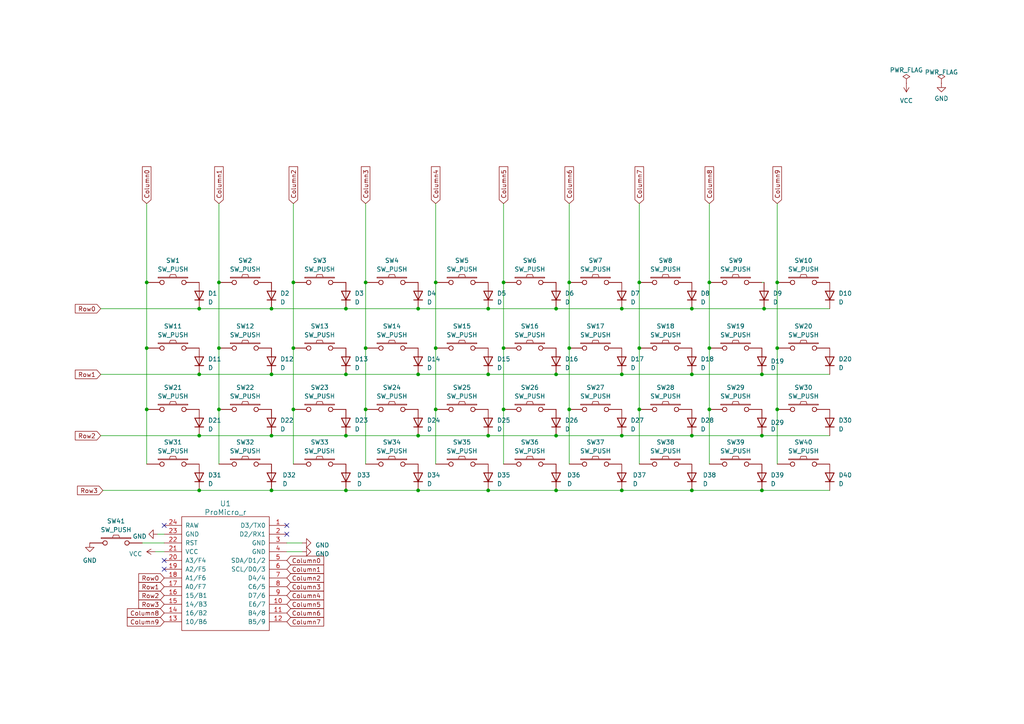
<source format=kicad_sch>
(kicad_sch (version 20230121) (generator eeschema)
  (paper "A4")
  (lib_symbols
    (symbol "Device:D" (pin_numbers hide) (pin_names (offset 1.016) hide)
      (property "Reference" "D" (at 0 2.54 0))
      (property "Value" "D" (at 0 -2.54 0))
      (symbol "D_0_1"
        (polyline (pts (xy -1.27 1.27) (xy -1.27 -1.27)) (stroke (width 0.254)))
        (polyline (pts (xy 1.27 0) (xy -1.27 0)))
        (polyline (pts (xy 1.27 1.27) (xy 1.27 -1.27) (xy -1.27 0) (xy 1.27 1.27)) (stroke (width 0.254)))
      )
      (symbol "D_1_1"
        (pin passive line (at -3.81 0 0) (length 2.54) (name "K") (number "1"))
        (pin passive line (at 3.81 0 180) (length 2.54) (name "A") (number "2"))
      )
    )
    (symbol "kbd:ProMicro_r" (pin_names (offset 1.016))
      (property "Reference" "U" (at 1.27 22.86 0))
      (property "Value" "ProMicro_r" (at 1.27 -15.24 0))
      (symbol "ProMicro_r_0_1"
        (rectangle (start 13.97 20.32) (end -11.43 -12.7))
      )
      (symbol "ProMicro_r_1_1"
        (pin bidirectional line (at 19.05 17.78 180) (length 5.08) (name "D3/TX0") (number "1"))
        (pin bidirectional line (at 19.05 -5.08 180) (length 5.08) (name "E6/7") (number "10"))
        (pin bidirectional line (at 19.05 -7.62 180) (length 5.08) (name "B4/8") (number "11"))
        (pin bidirectional line (at 19.05 -10.16 180) (length 5.08) (name "B5/9") (number "12"))
        (pin bidirectional line (at -16.51 -10.16 0) (length 5.08) (name "10/B6") (number "13"))
        (pin bidirectional line (at -16.51 -7.62 0) (length 5.08) (name "16/B2") (number "14"))
        (pin bidirectional line (at -16.51 -5.08 0) (length 5.08) (name "14/B3") (number "15"))
        (pin bidirectional line (at -16.51 -2.54 0) (length 5.08) (name "15/B1") (number "16"))
        (pin bidirectional line (at -16.51 0 0) (length 5.08) (name "A0/F7") (number "17"))
        (pin bidirectional line (at -16.51 2.54 0) (length 5.08) (name "A1/F6") (number "18"))
        (pin bidirectional line (at -16.51 5.08 0) (length 5.08) (name "A2/F5") (number "19"))
        (pin bidirectional line (at 19.05 15.24 180) (length 5.08) (name "D2/RX1") (number "2"))
        (pin bidirectional line (at -16.51 7.62 0) (length 5.08) (name "A3/F4") (number "20"))
        (pin power_in line (at -16.51 10.16 0) (length 5.08) (name "VCC") (number "21"))
        (pin input line (at -16.51 12.7 0) (length 5.08) (name "RST") (number "22"))
        (pin power_in line (at -16.51 15.24 0) (length 5.08) (name "GND") (number "23"))
        (pin power_out line (at -16.51 17.78 0) (length 5.08) (name "RAW") (number "24"))
        (pin power_in line (at 19.05 12.7 180) (length 5.08) (name "GND") (number "3"))
        (pin power_in line (at 19.05 10.16 180) (length 5.08) (name "GND") (number "4"))
        (pin bidirectional line (at 19.05 7.62 180) (length 5.08) (name "SDA/D1/2") (number "5"))
        (pin bidirectional line (at 19.05 5.08 180) (length 5.08) (name "SCL/D0/3") (number "6"))
        (pin bidirectional line (at 19.05 2.54 180) (length 5.08) (name "D4/4") (number "7"))
        (pin bidirectional line (at 19.05 0 180) (length 5.08) (name "C6/5") (number "8"))
        (pin bidirectional line (at 19.05 -2.54 180) (length 5.08) (name "D7/6") (number "9"))
      )
    )
    (symbol "kbd:SW_PUSH" (pin_numbers hide) (pin_names (offset 1.016) hide)
      (property "Reference" "SW" (at 3.81 2.794 0))
      (property "Value" "SW_PUSH" (at 0 -2.032 0))
      (symbol "SW_PUSH_0_1"
        (rectangle (start -4.318 1.27) (end 4.318 1.524))
        (polyline (pts (xy -1.016 1.524) (xy -0.762 2.286) (xy 0.762 2.286) (xy 1.016 1.524)))
        (pin passive inverted (at -7.62 0 0) (length 5.08) (name "1") (number "1"))
        (pin passive inverted (at 7.62 0 180) (length 5.08) (name "2") (number "2"))
      )
    )
    (symbol "power:GND" (power) (pin_names (offset 0))
      (property "Value" "GND" (at 0 -3.81 0))
      (symbol "GND_0_1"
        (polyline (pts (xy 0 0) (xy 0 -1.27) (xy 1.27 -1.27) (xy 0 -2.54) (xy -1.27 -1.27) (xy 0 -1.27)))
      )
      (symbol "GND_1_1"
        (pin power_in line (at 0 0 270) (length 0) hide (name "GND") (number "1"))
      )
    )
    (symbol "power:PWR_FLAG" (power) (pin_numbers hide) (pin_names (offset 0) hide)
      (property "Value" "PWR_FLAG" (at 0 3.81 0))
      (symbol "PWR_FLAG_0_0"
        (pin power_out line (at 0 0 90) (length 0) (name "pwr") (number "1"))
      )
      (symbol "PWR_FLAG_0_1"
        (polyline (pts (xy 0 0) (xy 0 1.27) (xy -1.016 1.905) (xy 0 2.54) (xy 1.016 1.905) (xy 0 1.27)))
      )
    )
    (symbol "power:VCC" (power) (pin_names (offset 0))
      (property "Value" "VCC" (at 0 3.81 0))
      (symbol "VCC_0_1"
        (polyline (pts (xy -0.762 1.27) (xy 0 2.54)))
        (polyline (pts (xy 0 0) (xy 0 2.54)))
        (polyline (pts (xy 0 2.54) (xy 0.762 1.27)))
      )
      (symbol "VCC_1_1"
        (pin power_in line (at 0 0 90) (length 0) hide (name "VCC") (number "1"))
      )
    )
  )
  (junction (at 180.34 89.535))
  (junction (at 161.29 142.24))
  (junction (at 100.33 142.24))
  (junction (at 205.74 81.915))
  (junction (at 57.785 89.535))
  (junction (at 165.1 118.745))
  (junction (at 141.605 142.24))
  (junction (at 141.605 126.365))
  (junction (at 146.05 81.915))
  (junction (at 42.545 81.915))
  (junction (at 225.425 100.965))
  (junction (at 85.09 100.965))
  (junction (at 78.74 142.24))
  (junction (at 200.66 142.24))
  (junction (at 220.98 142.24))
  (junction (at 121.285 126.365))
  (junction (at 200.66 89.535))
  (junction (at 106.045 81.915))
  (junction (at 161.29 108.585))
  (junction (at 221.615 89.535))
  (junction (at 85.09 81.915))
  (junction (at 165.1 100.965))
  (junction (at 146.05 118.745))
  (junction (at 57.785 126.365))
  (junction (at 126.365 100.965))
  (junction (at 63.5 118.745))
  (junction (at 161.29 89.535))
  (junction (at 180.34 142.24))
  (junction (at 200.66 108.585))
  (junction (at 185.42 100.965))
  (junction (at 63.5 81.915))
  (junction (at 161.29 126.365))
  (junction (at 121.285 89.535))
  (junction (at 85.09 118.745))
  (junction (at 121.285 108.585))
  (junction (at 42.545 118.745))
  (junction (at 220.98 108.585))
  (junction (at 141.605 89.535))
  (junction (at 126.365 81.915))
  (junction (at 165.1 81.915))
  (junction (at 57.785 108.585))
  (junction (at 185.42 118.745))
  (junction (at 78.74 89.535))
  (junction (at 146.05 100.965))
  (junction (at 185.42 81.915))
  (junction (at 106.045 100.965))
  (junction (at 100.33 126.365))
  (junction (at 220.98 126.365))
  (junction (at 106.045 118.745))
  (junction (at 205.74 100.965))
  (junction (at 205.74 118.745))
  (junction (at 42.545 100.965))
  (junction (at 225.425 118.745))
  (junction (at 57.785 142.24))
  (junction (at 141.605 108.585))
  (junction (at 200.66 126.365))
  (junction (at 225.425 81.915))
  (junction (at 78.74 108.585))
  (junction (at 78.74 126.365))
  (junction (at 126.365 118.745))
  (junction (at 180.34 108.585))
  (junction (at 63.5 100.965))
  (junction (at 100.33 108.585))
  (junction (at 100.33 89.535))
  (junction (at 180.34 126.365))
  (junction (at 121.285 142.24))
  (no_connect (at 47.625 165.1))
  (no_connect (at 83.185 152.4))
  (no_connect (at 83.185 154.94))
  (no_connect (at 47.625 152.4))
  (no_connect (at 47.625 162.56))
  (wire (pts (xy 121.285 126.365) (xy 141.605 126.365)))
  (wire (pts (xy 45.085 160.02) (xy 47.625 160.02)))
  (wire (pts (xy 225.425 59.055) (xy 225.425 81.915)))
  (wire (pts (xy 57.785 142.24) (xy 78.74 142.24)))
  (wire (pts (xy 63.5 81.915) (xy 63.5 100.965)))
  (wire (pts (xy 180.34 108.585) (xy 200.66 108.585)))
  (wire (pts (xy 141.605 126.365) (xy 161.29 126.365)))
  (wire (pts (xy 85.09 81.915) (xy 85.09 100.965)))
  (wire (pts (xy 106.045 59.055) (xy 106.045 81.915)))
  (wire (pts (xy 100.33 89.535) (xy 121.285 89.535)))
  (wire (pts (xy 126.365 81.915) (xy 126.365 100.965)))
  (wire (pts (xy 57.785 108.585) (xy 78.74 108.585)))
  (wire (pts (xy 200.66 89.535) (xy 221.615 89.535)))
  (wire (pts (xy 220.98 108.585) (xy 240.665 108.585)))
  (wire (pts (xy 87.63 160.02) (xy 83.185 160.02)))
  (wire (pts (xy 106.045 100.965) (xy 106.045 118.745)))
  (wire (pts (xy 165.1 59.055) (xy 165.1 81.915)))
  (wire (pts (xy 63.5 118.745) (xy 63.5 134.62)))
  (wire (pts (xy 146.05 59.055) (xy 146.05 81.915)))
  (wire (pts (xy 165.1 81.915) (xy 165.1 100.965)))
  (wire (pts (xy 200.66 108.585) (xy 220.98 108.585)))
  (wire (pts (xy 220.98 81.915) (xy 221.615 81.915)))
  (wire (pts (xy 63.5 100.965) (xy 63.5 118.745)))
  (wire (pts (xy 106.045 81.915) (xy 106.045 100.965)))
  (wire (pts (xy 161.29 142.24) (xy 180.34 142.24)))
  (wire (pts (xy 200.66 126.365) (xy 220.98 126.365)))
  (wire (pts (xy 220.98 126.365) (xy 240.665 126.365)))
  (wire (pts (xy 78.74 142.24) (xy 100.33 142.24)))
  (wire (pts (xy 42.545 81.915) (xy 42.545 100.965)))
  (wire (pts (xy 78.74 108.585) (xy 100.33 108.585)))
  (wire (pts (xy 42.545 118.745) (xy 42.545 134.62)))
  (wire (pts (xy 78.74 89.535) (xy 100.33 89.535)))
  (wire (pts (xy 141.605 89.535) (xy 161.29 89.535)))
  (wire (pts (xy 87.63 157.48) (xy 83.185 157.48)))
  (wire (pts (xy 29.21 108.585) (xy 57.785 108.585)))
  (wire (pts (xy 126.365 59.055) (xy 126.365 81.915)))
  (wire (pts (xy 42.545 59.055) (xy 42.545 81.915)))
  (wire (pts (xy 146.05 118.745) (xy 146.05 134.62)))
  (wire (pts (xy 180.34 89.535) (xy 200.66 89.535)))
  (wire (pts (xy 165.1 100.965) (xy 165.1 118.745)))
  (wire (pts (xy 205.74 100.965) (xy 205.74 118.745)))
  (wire (pts (xy 121.285 142.24) (xy 141.605 142.24)))
  (wire (pts (xy 57.785 126.365) (xy 78.74 126.365)))
  (wire (pts (xy 29.21 89.535) (xy 57.785 89.535)))
  (wire (pts (xy 161.29 108.585) (xy 180.34 108.585)))
  (wire (pts (xy 141.605 142.24) (xy 161.29 142.24)))
  (wire (pts (xy 42.545 100.965) (xy 42.545 118.745)))
  (wire (pts (xy 185.42 81.915) (xy 185.42 100.965)))
  (wire (pts (xy 225.425 81.915) (xy 225.425 100.965)))
  (wire (pts (xy 78.74 126.365) (xy 100.33 126.365)))
  (wire (pts (xy 57.785 89.535) (xy 78.74 89.535)))
  (wire (pts (xy 185.42 59.055) (xy 185.42 81.915)))
  (wire (pts (xy 200.66 142.24) (xy 220.98 142.24)))
  (wire (pts (xy 29.21 126.365) (xy 57.785 126.365)))
  (wire (pts (xy 205.74 81.915) (xy 205.74 100.965)))
  (wire (pts (xy 185.42 118.745) (xy 185.42 134.62)))
  (wire (pts (xy 29.845 142.24) (xy 57.785 142.24)))
  (wire (pts (xy 146.05 81.915) (xy 146.05 100.965)))
  (wire (pts (xy 85.09 100.965) (xy 85.09 118.745)))
  (wire (pts (xy 205.74 118.745) (xy 205.74 134.62)))
  (wire (pts (xy 100.33 126.365) (xy 121.285 126.365)))
  (wire (pts (xy 165.1 118.745) (xy 165.1 134.62)))
  (wire (pts (xy 126.365 100.965) (xy 126.365 118.745)))
  (wire (pts (xy 225.425 100.965) (xy 225.425 118.745)))
  (wire (pts (xy 180.34 142.24) (xy 200.66 142.24)))
  (wire (pts (xy 225.425 118.745) (xy 225.425 134.62)))
  (wire (pts (xy 45.72 154.94) (xy 47.625 154.94)))
  (wire (pts (xy 161.29 89.535) (xy 180.34 89.535)))
  (wire (pts (xy 121.285 108.585) (xy 141.605 108.585)))
  (wire (pts (xy 146.05 100.965) (xy 146.05 118.745)))
  (wire (pts (xy 126.365 118.745) (xy 126.365 134.62)))
  (wire (pts (xy 121.285 89.535) (xy 141.605 89.535)))
  (wire (pts (xy 185.42 100.965) (xy 185.42 118.745)))
  (wire (pts (xy 180.34 126.365) (xy 200.66 126.365)))
  (wire (pts (xy 106.045 118.745) (xy 106.045 134.62)))
  (wire (pts (xy 205.74 59.055) (xy 205.74 81.915)))
  (wire (pts (xy 100.33 108.585) (xy 121.285 108.585)))
  (wire (pts (xy 85.09 118.745) (xy 85.09 134.62)))
  (wire (pts (xy 221.615 89.535) (xy 240.665 89.535)))
  (wire (pts (xy 220.98 142.24) (xy 240.665 142.24)))
  (wire (pts (xy 85.09 59.055) (xy 85.09 81.915)))
  (wire (pts (xy 161.29 126.365) (xy 180.34 126.365)))
  (wire (pts (xy 63.5 59.055) (xy 63.5 81.915)))
  (wire (pts (xy 41.275 157.48) (xy 47.625 157.48)))
  (wire (pts (xy 100.33 142.24) (xy 121.285 142.24)))
  (wire (pts (xy 141.605 108.585) (xy 161.29 108.585)))
  (global_label "Row1" (shape input) (at 29.21 108.585 180) (property "Intersheetrefs" "${INTERSHEET_REFS}" (effects hide)))
  (global_label "Row3" (shape input) (at 47.625 175.26 180) (property "Intersheetrefs" "${INTERSHEET_REFS}" (effects hide)))
  (global_label "Column1" (shape input) (at 63.5 59.055 90) (property "Intersheetrefs" "${INTERSHEET_REFS}" (effects hide)))
  (global_label "Column2" (shape input) (at 85.09 59.055 90) (property "Intersheetrefs" "${INTERSHEET_REFS}" (effects hide)))
  (global_label "Row0" (shape input) (at 29.21 89.535 180) (property "Intersheetrefs" "${INTERSHEET_REFS}" (effects hide)))
  (global_label "Row3" (shape input) (at 29.845 142.24 180) (property "Intersheetrefs" "${INTERSHEET_REFS}" (effects hide)))
  (global_label "Column5" (shape input) (at 83.185 175.26 0) (property "Intersheetrefs" "${INTERSHEET_REFS}" (effects hide)))
  (global_label "Column7" (shape input) (at 83.185 180.34 0) (property "Intersheetrefs" "${INTERSHEET_REFS}" (effects hide)))
  (global_label "Column3" (shape input) (at 83.185 170.18 0) (property "Intersheetrefs" "${INTERSHEET_REFS}" (effects hide)))
  (global_label "Column3" (shape input) (at 106.045 59.055 90) (property "Intersheetrefs" "${INTERSHEET_REFS}" (effects hide)))
  (global_label "Column8" (shape input) (at 205.74 59.055 90) (property "Intersheetrefs" "${INTERSHEET_REFS}" (effects hide)))
  (global_label "Column4" (shape input) (at 83.185 172.72 0) (property "Intersheetrefs" "${INTERSHEET_REFS}" (effects hide)))
  (global_label "Column6" (shape input) (at 83.185 177.8 0) (property "Intersheetrefs" "${INTERSHEET_REFS}" (effects hide)))
  (global_label "Column4" (shape input) (at 126.365 59.055 90) (property "Intersheetrefs" "${INTERSHEET_REFS}" (effects hide)))
  (global_label "Column9" (shape input) (at 225.425 59.055 90) (property "Intersheetrefs" "${INTERSHEET_REFS}" (effects hide)))
  (global_label "Column8" (shape input) (at 47.625 177.8 180) (property "Intersheetrefs" "${INTERSHEET_REFS}" (effects hide)))
  (global_label "Column6" (shape input) (at 165.1 59.055 90) (property "Intersheetrefs" "${INTERSHEET_REFS}" (effects hide)))
  (global_label "Column5" (shape input) (at 146.05 59.055 90) (property "Intersheetrefs" "${INTERSHEET_REFS}" (effects hide)))
  (global_label "Row1" (shape input) (at 47.625 170.18 180) (property "Intersheetrefs" "${INTERSHEET_REFS}" (effects hide)))
  (global_label "Column1" (shape input) (at 83.185 165.1 0) (property "Intersheetrefs" "${INTERSHEET_REFS}" (effects hide)))
  (global_label "Column0" (shape input) (at 83.185 162.56 0) (property "Intersheetrefs" "${INTERSHEET_REFS}" (effects hide)))
  (global_label "Row2" (shape input) (at 47.625 172.72 180) (property "Intersheetrefs" "${INTERSHEET_REFS}" (effects hide)))
  (global_label "Column9" (shape input) (at 47.625 180.34 180) (property "Intersheetrefs" "${INTERSHEET_REFS}" (effects hide)))
  (global_label "Row0" (shape input) (at 47.625 167.64 180) (property "Intersheetrefs" "${INTERSHEET_REFS}" (effects hide)))
  (global_label "Row2" (shape input) (at 29.21 126.365 180) (property "Intersheetrefs" "${INTERSHEET_REFS}" (effects hide)))
  (global_label "Column2" (shape input) (at 83.185 167.64 0) (property "Intersheetrefs" "${INTERSHEET_REFS}" (effects hide)))
  (global_label "Column7" (shape input) (at 185.42 59.055 90) (property "Intersheetrefs" "${INTERSHEET_REFS}" (effects hide)))
  (global_label "Column0" (shape input) (at 42.545 59.055 90) (property "Intersheetrefs" "${INTERSHEET_REFS}" (effects hide)))
  (symbol (lib_id "Device:D") (at 161.29 138.43 90) (unit 1)
    (property "Reference" "D36" (at 164.465 137.795 90) (effects (justify right)))
    (property "Value" "D" (at 164.465 140.335 90) (effects (justify right)))
    (property "Footprint" "kbd:D3_SMD" (effects hide))
    (property "Sim.Device" "D" (effects hide))
    (property "Sim.Pins" "1=K 2=A" (effects hide))
  )
  (symbol (lib_id "kbd:SW_PUSH") (at 172.72 81.915 0) (unit 1)
    (property "Reference" "SW7" (at 172.72 75.565 0))
    (property "Value" "SW_PUSH" (at 172.72 78.105 0))
    (property "Footprint" "kbd:CherryMX_Hotswap" (effects hide))
  )
  (symbol (lib_id "kbd:SW_PUSH") (at 133.985 100.965 0) (unit 1)
    (property "Reference" "SW15" (at 133.985 94.615 0))
    (property "Value" "SW_PUSH" (at 133.985 97.155 0))
    (property "Footprint" "kbd:CherryMX_Hotswap" (effects hide))
  )
  (symbol (lib_id "kbd:SW_PUSH") (at 213.36 81.915 0) (unit 1)
    (property "Reference" "SW9" (at 213.36 75.565 0))
    (property "Value" "SW_PUSH" (at 213.36 78.105 0))
    (property "Footprint" "kbd:CherryMX_Hotswap" (effects hide))
  )
  (symbol (lib_id "power:VCC") (at 45.085 160.02 90) (unit 1)
    (property "Reference" "#PWR06" (effects hide))
    (property "Value" "VCC" (at 41.275 160.655 90) (effects (justify left)))
  )
  (symbol (lib_id "kbd:SW_PUSH") (at 172.72 118.745 0) (unit 1)
    (property "Reference" "SW27" (at 172.72 112.395 0))
    (property "Value" "SW_PUSH" (at 172.72 114.935 0))
    (property "Footprint" "kbd:CherryMX_Hotswap" (effects hide))
  )
  (symbol (lib_id "Device:D") (at 100.33 85.725 90) (unit 1)
    (property "Reference" "D3" (at 102.87 85.09 90) (effects (justify right)))
    (property "Value" "D" (at 102.87 87.63 90) (effects (justify right)))
    (property "Footprint" "kbd:D3_SMD" (effects hide))
    (property "Sim.Device" "D" (effects hide))
    (property "Sim.Pins" "1=K 2=A" (effects hide))
  )
  (symbol (lib_id "Device:D") (at 200.66 104.775 90) (unit 1)
    (property "Reference" "D18" (at 203.2 104.14 90) (effects (justify right)))
    (property "Value" "D" (at 203.2 106.68 90) (effects (justify right)))
    (property "Footprint" "kbd:D3_SMD" (effects hide))
    (property "Sim.Device" "D" (effects hide))
    (property "Sim.Pins" "1=K 2=A" (effects hide))
  )
  (symbol (lib_id "Device:D") (at 57.785 85.725 90) (unit 1)
    (property "Reference" "D1" (at 60.325 85.09 90) (effects (justify right)))
    (property "Value" "D" (at 60.325 87.63 90) (effects (justify right)))
    (property "Footprint" "kbd:D3_SMD" (effects hide))
    (property "Sim.Device" "D" (effects hide))
    (property "Sim.Pins" "1=K 2=A" (effects hide))
  )
  (symbol (lib_id "Device:D") (at 221.615 85.725 90) (unit 1)
    (property "Reference" "D9" (at 224.155 85.09 90) (effects (justify right)))
    (property "Value" "D" (at 224.155 87.63 90) (effects (justify right)))
    (property "Footprint" "kbd:D3_SMD" (effects hide))
    (property "Sim.Device" "D" (effects hide))
    (property "Sim.Pins" "1=K 2=A" (effects hide))
  )
  (symbol (lib_id "kbd:SW_PUSH") (at 153.67 100.965 0) (unit 1)
    (property "Reference" "SW16" (at 153.67 94.615 0))
    (property "Value" "SW_PUSH" (at 153.67 97.155 0))
    (property "Footprint" "kbd:CherryMX_Hotswap" (effects hide))
  )
  (symbol (lib_id "kbd:SW_PUSH") (at 133.985 118.745 0) (unit 1)
    (property "Reference" "SW25" (at 133.985 112.395 0))
    (property "Value" "SW_PUSH" (at 133.985 114.935 0))
    (property "Footprint" "kbd:CherryMX_Hotswap" (effects hide))
  )
  (symbol (lib_id "kbd:SW_PUSH") (at 113.665 134.62 0) (unit 1)
    (property "Reference" "SW34" (at 113.665 128.27 0))
    (property "Value" "SW_PUSH" (at 113.665 130.81 0))
    (property "Footprint" "kbd:CherryMX_Hotswap" (effects hide))
  )
  (symbol (lib_id "Device:D") (at 121.285 122.555 90) (unit 1)
    (property "Reference" "D24" (at 123.825 121.92 90) (effects (justify right)))
    (property "Value" "D" (at 123.825 124.46 90) (effects (justify right)))
    (property "Footprint" "kbd:D3_SMD" (effects hide))
    (property "Sim.Device" "D" (effects hide))
    (property "Sim.Pins" "1=K 2=A" (effects hide))
  )
  (symbol (lib_id "Device:D") (at 200.66 85.725 90) (unit 1)
    (property "Reference" "D8" (at 203.2 85.09 90) (effects (justify right)))
    (property "Value" "D" (at 203.2 87.63 90) (effects (justify right)))
    (property "Footprint" "kbd:D3_SMD" (effects hide))
    (property "Sim.Device" "D" (effects hide))
    (property "Sim.Pins" "1=K 2=A" (effects hide))
  )
  (symbol (lib_id "Device:D") (at 141.605 122.555 90) (unit 1)
    (property "Reference" "D25" (at 144.145 121.92 90) (effects (justify right)))
    (property "Value" "D" (at 144.145 124.46 90) (effects (justify right)))
    (property "Footprint" "kbd:D3_SMD" (effects hide))
    (property "Sim.Device" "D" (effects hide))
    (property "Sim.Pins" "1=K 2=A" (effects hide))
  )
  (symbol (lib_id "kbd:SW_PUSH") (at 113.665 118.745 0) (unit 1)
    (property "Reference" "SW24" (at 113.665 112.395 0))
    (property "Value" "SW_PUSH" (at 113.665 114.935 0))
    (property "Footprint" "kbd:CherryMX_Hotswap" (effects hide))
  )
  (symbol (lib_id "Device:D") (at 180.34 138.43 90) (unit 1)
    (property "Reference" "D37" (at 183.515 137.795 90) (effects (justify right)))
    (property "Value" "D" (at 183.515 140.335 90) (effects (justify right)))
    (property "Footprint" "kbd:D3_SMD" (effects hide))
    (property "Sim.Device" "D" (effects hide))
    (property "Sim.Pins" "1=K 2=A" (effects hide))
  )
  (symbol (lib_id "power:GND") (at 45.72 154.94 270) (unit 1)
    (property "Reference" "#PWR03" (effects hide))
    (property "Value" "GND" (at 42.545 155.575 90) (effects (justify right)))
  )
  (symbol (lib_id "kbd:SW_PUSH") (at 213.36 100.965 0) (unit 1)
    (property "Reference" "SW19" (at 213.36 94.615 0))
    (property "Value" "SW_PUSH" (at 213.36 97.155 0))
    (property "Footprint" "kbd:CherryMX_Hotswap" (effects hide))
  )
  (symbol (lib_id "Device:D") (at 78.74 85.725 90) (unit 1)
    (property "Reference" "D2" (at 81.28 85.09 90) (effects (justify right)))
    (property "Value" "D" (at 81.28 87.63 90) (effects (justify right)))
    (property "Footprint" "kbd:D3_SMD" (effects hide))
    (property "Sim.Device" "D" (effects hide))
    (property "Sim.Pins" "1=K 2=A" (effects hide))
  )
  (symbol (lib_id "kbd:SW_PUSH") (at 33.655 157.48 0) (unit 1)
    (property "Reference" "SW41" (at 33.655 151.13 0))
    (property "Value" "SW_PUSH" (at 33.655 153.67 0))
    (property "Footprint" "kbd:ResetSW" (effects hide))
  )
  (symbol (lib_id "power:GND") (at 273.05 24.13 0) (unit 1)
    (property "Reference" "#PWR02" (effects hide))
    (property "Value" "GND" (at 273.05 28.575 0))
  )
  (symbol (lib_id "Device:D") (at 240.665 138.43 90) (unit 1)
    (property "Reference" "D40" (at 243.205 137.795 90) (effects (justify right)))
    (property "Value" "D" (at 243.205 140.335 90) (effects (justify right)))
    (property "Footprint" "kbd:D3_SMD" (effects hide))
    (property "Sim.Device" "D" (effects hide))
    (property "Sim.Pins" "1=K 2=A" (effects hide))
  )
  (symbol (lib_id "kbd:SW_PUSH") (at 193.04 118.745 0) (unit 1)
    (property "Reference" "SW28" (at 193.04 112.395 0))
    (property "Value" "SW_PUSH" (at 193.04 114.935 0))
    (property "Footprint" "kbd:CherryMX_Hotswap" (effects hide))
  )
  (symbol (lib_id "kbd:SW_PUSH") (at 113.665 100.965 0) (unit 1)
    (property "Reference" "SW14" (at 113.665 94.615 0))
    (property "Value" "SW_PUSH" (at 113.665 97.155 0))
    (property "Footprint" "kbd:CherryMX_Hotswap" (effects hide))
  )
  (symbol (lib_id "Device:D") (at 121.285 85.725 90) (unit 1)
    (property "Reference" "D4" (at 123.825 85.09 90) (effects (justify right)))
    (property "Value" "D" (at 123.825 87.63 90) (effects (justify right)))
    (property "Footprint" "kbd:D3_SMD" (effects hide))
    (property "Sim.Device" "D" (effects hide))
    (property "Sim.Pins" "1=K 2=A" (effects hide))
  )
  (symbol (lib_id "Device:D") (at 200.66 122.555 90) (unit 1)
    (property "Reference" "D28" (at 203.2 121.92 90) (effects (justify right)))
    (property "Value" "D" (at 203.2 124.46 90) (effects (justify right)))
    (property "Footprint" "kbd:D3_SMD" (effects hide))
    (property "Sim.Device" "D" (effects hide))
    (property "Sim.Pins" "1=K 2=A" (effects hide))
  )
  (symbol (lib_id "kbd:SW_PUSH") (at 193.04 100.965 0) (unit 1)
    (property "Reference" "SW18" (at 193.04 94.615 0))
    (property "Value" "SW_PUSH" (at 193.04 97.155 0))
    (property "Footprint" "kbd:CherryMX_Hotswap" (effects hide))
  )
  (symbol (lib_id "kbd:SW_PUSH") (at 71.12 134.62 0) (unit 1)
    (property "Reference" "SW32" (at 71.12 128.27 0))
    (property "Value" "SW_PUSH" (at 71.12 130.81 0))
    (property "Footprint" "kbd:CherryMX_Hotswap" (effects hide))
  )
  (symbol (lib_id "kbd:SW_PUSH") (at 113.665 81.915 0) (unit 1)
    (property "Reference" "SW4" (at 113.665 75.565 0))
    (property "Value" "SW_PUSH" (at 113.665 78.105 0))
    (property "Footprint" "kbd:CherryMX_Hotswap" (effects hide))
  )
  (symbol (lib_id "Device:D") (at 141.605 104.775 90) (unit 1)
    (property "Reference" "D15" (at 144.145 104.14 90) (effects (justify right)))
    (property "Value" "D" (at 144.145 106.68 90) (effects (justify right)))
    (property "Footprint" "kbd:D3_SMD" (effects hide))
    (property "Sim.Device" "D" (effects hide))
    (property "Sim.Pins" "1=K 2=A" (effects hide))
  )
  (symbol (lib_id "Device:D") (at 100.33 122.555 90) (unit 1)
    (property "Reference" "D23" (at 102.87 121.92 90) (effects (justify right)))
    (property "Value" "D" (at 102.87 124.46 90) (effects (justify right)))
    (property "Footprint" "kbd:D3_SMD" (effects hide))
    (property "Sim.Device" "D" (effects hide))
    (property "Sim.Pins" "1=K 2=A" (effects hide))
  )
  (symbol (lib_id "Device:D") (at 78.74 138.43 90) (unit 1)
    (property "Reference" "D32" (at 81.915 137.795 90) (effects (justify right)))
    (property "Value" "D" (at 81.915 140.335 90) (effects (justify right)))
    (property "Footprint" "kbd:D3_SMD" (effects hide))
    (property "Sim.Device" "D" (effects hide))
    (property "Sim.Pins" "1=K 2=A" (effects hide))
  )
  (symbol (lib_id "Device:D") (at 100.33 138.43 90) (unit 1)
    (property "Reference" "D33" (at 103.505 137.795 90) (effects (justify right)))
    (property "Value" "D" (at 103.505 140.335 90) (effects (justify right)))
    (property "Footprint" "kbd:D3_SMD" (effects hide))
    (property "Sim.Device" "D" (effects hide))
    (property "Sim.Pins" "1=K 2=A" (effects hide))
  )
  (symbol (lib_id "kbd:SW_PUSH") (at 92.71 81.915 0) (unit 1)
    (property "Reference" "SW3" (at 92.71 75.565 0))
    (property "Value" "SW_PUSH" (at 92.71 78.105 0))
    (property "Footprint" "kbd:CherryMX_Hotswap" (effects hide))
  )
  (symbol (lib_id "kbd:SW_PUSH") (at 153.67 118.745 0) (unit 1)
    (property "Reference" "SW26" (at 153.67 112.395 0))
    (property "Value" "SW_PUSH" (at 153.67 114.935 0))
    (property "Footprint" "kbd:CherryMX_Hotswap" (effects hide))
  )
  (symbol (lib_id "kbd:SW_PUSH") (at 233.045 100.965 0) (unit 1)
    (property "Reference" "SW20" (at 233.045 94.615 0))
    (property "Value" "SW_PUSH" (at 233.045 97.155 0))
    (property "Footprint" "kbd:CherryMX_Hotswap" (effects hide))
  )
  (symbol (lib_id "Device:D") (at 141.605 85.725 90) (unit 1)
    (property "Reference" "D5" (at 144.145 85.09 90) (effects (justify right)))
    (property "Value" "D" (at 144.145 87.63 90) (effects (justify right)))
    (property "Footprint" "kbd:D3_SMD" (effects hide))
    (property "Sim.Device" "D" (effects hide))
    (property "Sim.Pins" "1=K 2=A" (effects hide))
  )
  (symbol (lib_id "kbd:SW_PUSH") (at 71.12 100.965 0) (unit 1)
    (property "Reference" "SW12" (at 71.12 94.615 0))
    (property "Value" "SW_PUSH" (at 71.12 97.155 0))
    (property "Footprint" "kbd:CherryMX_Hotswap" (effects hide))
  )
  (symbol (lib_id "kbd:SW_PUSH") (at 213.36 134.62 0) (unit 1)
    (property "Reference" "SW39" (at 213.36 128.27 0))
    (property "Value" "SW_PUSH" (at 213.36 130.81 0))
    (property "Footprint" "kbd:CherryMX_Hotswap" (effects hide))
  )
  (symbol (lib_id "kbd:SW_PUSH") (at 233.045 81.915 0) (unit 1)
    (property "Reference" "SW10" (at 233.045 75.565 0))
    (property "Value" "SW_PUSH" (at 233.045 78.105 0))
    (property "Footprint" "kbd:CherryMX_Hotswap" (effects hide))
  )
  (symbol (lib_id "kbd:ProMicro_r") (at 64.135 170.18 0) (unit 1)
    (property "Reference" "U1" (at 65.405 146.05 0) (effects (font (size 1.524 1.524))))
    (property "Value" "ProMicro_r" (at 65.405 148.59 0) (effects (font (size 1.524 1.524))))
    (property "Footprint" "kbd:ProMicro_v3.5" (effects hide))
  )
  (symbol (lib_id "kbd:SW_PUSH") (at 50.165 100.965 0) (unit 1)
    (property "Reference" "SW11" (at 50.165 94.615 0))
    (property "Value" "SW_PUSH" (at 50.165 97.155 0))
    (property "Footprint" "kbd:CherryMX_Hotswap" (effects hide))
  )
  (symbol (lib_id "kbd:SW_PUSH") (at 193.04 134.62 0) (unit 1)
    (property "Reference" "SW38" (at 193.04 128.27 0))
    (property "Value" "SW_PUSH" (at 193.04 130.81 0))
    (property "Footprint" "kbd:CherryMX_Hotswap" (effects hide))
  )
  (symbol (lib_id "kbd:SW_PUSH") (at 233.045 134.62 0) (unit 1)
    (property "Reference" "SW40" (at 233.045 128.27 0))
    (property "Value" "SW_PUSH" (at 233.045 130.81 0))
    (property "Footprint" "kbd:CherryMX_Hotswap" (effects hide))
  )
  (symbol (lib_id "kbd:SW_PUSH") (at 193.04 81.915 0) (unit 1)
    (property "Reference" "SW8" (at 193.04 75.565 0))
    (property "Value" "SW_PUSH" (at 193.04 78.105 0))
    (property "Footprint" "kbd:CherryMX_Hotswap" (effects hide))
  )
  (symbol (lib_id "Device:D") (at 161.29 104.775 90) (unit 1)
    (property "Reference" "D16" (at 163.83 104.14 90) (effects (justify right)))
    (property "Value" "D" (at 163.83 106.68 90) (effects (justify right)))
    (property "Footprint" "kbd:D3_SMD" (effects hide))
    (property "Sim.Device" "D" (effects hide))
    (property "Sim.Pins" "1=K 2=A" (effects hide))
  )
  (symbol (lib_id "kbd:SW_PUSH") (at 71.12 81.915 0) (unit 1)
    (property "Reference" "SW2" (at 71.12 75.565 0))
    (property "Value" "SW_PUSH" (at 71.12 78.105 0))
    (property "Footprint" "kbd:CherryMX_Hotswap" (effects hide))
  )
  (symbol (lib_id "kbd:SW_PUSH") (at 172.72 100.965 0) (unit 1)
    (property "Reference" "SW17" (at 172.72 94.615 0))
    (property "Value" "SW_PUSH" (at 172.72 97.155 0))
    (property "Footprint" "kbd:CherryMX_Hotswap" (effects hide))
  )
  (symbol (lib_id "Device:D") (at 57.785 104.775 90) (unit 1)
    (property "Reference" "D11" (at 60.325 104.14 90) (effects (justify right)))
    (property "Value" "D" (at 60.325 106.68 90) (effects (justify right)))
    (property "Footprint" "kbd:D3_SMD" (effects hide))
    (property "Sim.Device" "D" (effects hide))
    (property "Sim.Pins" "1=K 2=A" (effects hide))
  )
  (symbol (lib_id "kbd:SW_PUSH") (at 92.71 134.62 0) (unit 1)
    (property "Reference" "SW33" (at 92.71 128.27 0))
    (property "Value" "SW_PUSH" (at 92.71 130.81 0))
    (property "Footprint" "kbd:CherryMX_Hotswap" (effects hide))
  )
  (symbol (lib_id "Device:D") (at 220.98 138.43 90) (unit 1)
    (property "Reference" "D39" (at 223.52 137.795 90) (effects (justify right)))
    (property "Value" "D" (at 223.52 140.335 90) (effects (justify right)))
    (property "Footprint" "kbd:D3_SMD" (effects hide))
    (property "Sim.Device" "D" (effects hide))
    (property "Sim.Pins" "1=K 2=A" (effects hide))
  )
  (symbol (lib_id "Device:D") (at 220.98 104.775 90) (unit 1)
    (property "Reference" "D19" (at 223.52 104.775 90) (effects (justify right)))
    (property "Value" "D" (at 223.52 106.68 90) (effects (justify right)))
    (property "Footprint" "kbd:D3_SMD" (effects hide))
    (property "Sim.Device" "D" (effects hide))
    (property "Sim.Pins" "1=K 2=A" (effects hide))
  )
  (symbol (lib_id "kbd:SW_PUSH") (at 133.985 81.915 0) (unit 1)
    (property "Reference" "SW5" (at 133.985 75.565 0))
    (property "Value" "SW_PUSH" (at 133.985 78.105 0))
    (property "Footprint" "kbd:CherryMX_Hotswap" (effects hide))
  )
  (symbol (lib_id "power:GND") (at 87.63 160.02 90) (unit 1)
    (property "Reference" "#PWR07" (effects hide))
    (property "Value" "GND" (at 91.44 160.655 90) (effects (justify right)))
  )
  (symbol (lib_id "Device:D") (at 180.34 104.775 90) (unit 1)
    (property "Reference" "D17" (at 182.88 104.14 90) (effects (justify right)))
    (property "Value" "D" (at 182.88 106.68 90) (effects (justify right)))
    (property "Footprint" "kbd:D3_SMD" (effects hide))
    (property "Sim.Device" "D" (effects hide))
    (property "Sim.Pins" "1=K 2=A" (effects hide))
  )
  (symbol (lib_id "kbd:SW_PUSH") (at 133.985 134.62 0) (unit 1)
    (property "Reference" "SW35" (at 133.985 128.27 0))
    (property "Value" "SW_PUSH" (at 133.985 130.81 0))
    (property "Footprint" "kbd:CherryMX_Hotswap" (effects hide))
  )
  (symbol (lib_id "Device:D") (at 57.785 138.43 90) (unit 1)
    (property "Reference" "D31" (at 60.325 137.795 90) (effects (justify right)))
    (property "Value" "D" (at 60.325 140.335 90) (effects (justify right)))
    (property "Footprint" "kbd:D3_SMD" (effects hide))
    (property "Sim.Device" "D" (effects hide))
    (property "Sim.Pins" "1=K 2=A" (effects hide))
  )
  (symbol (lib_id "kbd:SW_PUSH") (at 50.165 118.745 0) (unit 1)
    (property "Reference" "SW21" (at 50.165 112.395 0))
    (property "Value" "SW_PUSH" (at 50.165 114.935 0))
    (property "Footprint" "kbd:CherryMX_Hotswap" (effects hide))
  )
  (symbol (lib_id "Device:D") (at 240.665 85.725 90) (unit 1)
    (property "Reference" "D10" (at 243.205 85.09 90) (effects (justify right)))
    (property "Value" "D" (at 243.205 87.63 90) (effects (justify right)))
    (property "Footprint" "kbd:D3_SMD" (effects hide))
    (property "Sim.Device" "D" (effects hide))
    (property "Sim.Pins" "1=K 2=A" (effects hide))
  )
  (symbol (lib_id "power:PWR_FLAG") (at 273.05 24.13 0) (unit 1)
    (property "Reference" "#FLG02" (effects hide))
    (property "Value" "PWR_FLAG" (at 273.05 20.955 0))
  )
  (symbol (lib_id "kbd:SW_PUSH") (at 172.72 134.62 0) (unit 1)
    (property "Reference" "SW37" (at 172.72 128.27 0))
    (property "Value" "SW_PUSH" (at 172.72 130.81 0))
    (property "Footprint" "kbd:CherryMX_Hotswap" (effects hide))
  )
  (symbol (lib_id "kbd:SW_PUSH") (at 50.165 134.62 0) (unit 1)
    (property "Reference" "SW31" (at 50.165 128.27 0))
    (property "Value" "SW_PUSH" (at 50.165 130.81 0))
    (property "Footprint" "kbd:CherryMX_Hotswap" (effects hide))
  )
  (symbol (lib_id "Device:D") (at 141.605 138.43 90) (unit 1)
    (property "Reference" "D35" (at 144.145 137.795 90) (effects (justify right)))
    (property "Value" "D" (at 144.145 140.335 90) (effects (justify right)))
    (property "Footprint" "kbd:D3_SMD" (effects hide))
    (property "Sim.Device" "D" (effects hide))
    (property "Sim.Pins" "1=K 2=A" (effects hide))
  )
  (symbol (lib_id "Device:D") (at 100.33 104.775 90) (unit 1)
    (property "Reference" "D13" (at 102.87 104.14 90) (effects (justify right)))
    (property "Value" "D" (at 102.87 106.68 90) (effects (justify right)))
    (property "Footprint" "kbd:D3_SMD" (effects hide))
    (property "Sim.Device" "D" (effects hide))
    (property "Sim.Pins" "1=K 2=A" (effects hide))
  )
  (symbol (lib_id "Device:D") (at 57.785 122.555 90) (unit 1)
    (property "Reference" "D21" (at 60.325 121.92 90) (effects (justify right)))
    (property "Value" "D" (at 60.325 124.46 90) (effects (justify right)))
    (property "Footprint" "kbd:D3_SMD" (effects hide))
    (property "Sim.Device" "D" (effects hide))
    (property "Sim.Pins" "1=K 2=A" (effects hide))
  )
  (symbol (lib_id "kbd:SW_PUSH") (at 50.165 81.915 0) (unit 1)
    (property "Reference" "SW1" (at 50.165 75.565 0))
    (property "Value" "SW_PUSH" (at 50.165 78.105 0))
    (property "Footprint" "kbd:CherryMX_Hotswap" (effects hide))
  )
  (symbol (lib_id "kbd:SW_PUSH") (at 71.12 118.745 0) (unit 1)
    (property "Reference" "SW22" (at 71.12 112.395 0))
    (property "Value" "SW_PUSH" (at 71.12 114.935 0))
    (property "Footprint" "kbd:CherryMX_Hotswap" (effects hide))
  )
  (symbol (lib_id "kbd:SW_PUSH") (at 213.36 118.745 0) (unit 1)
    (property "Reference" "SW29" (at 213.36 112.395 0))
    (property "Value" "SW_PUSH" (at 213.36 114.935 0))
    (property "Footprint" "kbd:CherryMX_Hotswap" (effects hide))
  )
  (symbol (lib_id "Device:D") (at 161.29 122.555 90) (unit 1)
    (property "Reference" "D26" (at 163.83 121.92 90) (effects (justify right)))
    (property "Value" "D" (at 163.83 124.46 90) (effects (justify right)))
    (property "Footprint" "kbd:D3_SMD" (effects hide))
    (property "Sim.Device" "D" (effects hide))
    (property "Sim.Pins" "1=K 2=A" (effects hide))
  )
  (symbol (lib_id "kbd:SW_PUSH") (at 92.71 118.745 0) (unit 1)
    (property "Reference" "SW23" (at 92.71 112.395 0))
    (property "Value" "SW_PUSH" (at 92.71 114.935 0))
    (property "Footprint" "kbd:CherryMX_Hotswap" (effects hide))
  )
  (symbol (lib_id "Device:D") (at 220.98 122.555 90) (unit 1)
    (property "Reference" "D29" (at 223.52 122.555 90) (effects (justify right)))
    (property "Value" "D" (at 223.52 124.46 90) (effects (justify right)))
    (property "Footprint" "kbd:D3_SMD" (effects hide))
    (property "Sim.Device" "D" (effects hide))
    (property "Sim.Pins" "1=K 2=A" (effects hide))
  )
  (symbol (lib_id "Device:D") (at 161.29 85.725 90) (unit 1)
    (property "Reference" "D6" (at 163.83 85.09 90) (effects (justify right)))
    (property "Value" "D" (at 163.83 87.63 90) (effects (justify right)))
    (property "Footprint" "kbd:D3_SMD" (effects hide))
    (property "Sim.Device" "D" (effects hide))
    (property "Sim.Pins" "1=K 2=A" (effects hide))
  )
  (symbol (lib_id "Device:D") (at 121.285 138.43 90) (unit 1)
    (property "Reference" "D34" (at 123.825 137.795 90) (effects (justify right)))
    (property "Value" "D" (at 123.825 140.335 90) (effects (justify right)))
    (property "Footprint" "kbd:D3_SMD" (effects hide))
    (property "Sim.Device" "D" (effects hide))
    (property "Sim.Pins" "1=K 2=A" (effects hide))
  )
  (symbol (lib_id "power:GND") (at 26.035 157.48 0) (unit 1)
    (property "Reference" "#PWR04" (effects hide))
    (property "Value" "GND" (at 26.035 162.56 0))
  )
  (symbol (lib_id "power:GND") (at 87.63 157.48 90) (unit 1)
    (property "Reference" "#PWR05" (effects hide))
    (property "Value" "GND" (at 91.44 158.115 90) (effects (justify right)))
  )
  (symbol (lib_id "Device:D") (at 240.665 122.555 90) (unit 1)
    (property "Reference" "D30" (at 243.205 121.92 90) (effects (justify right)))
    (property "Value" "D" (at 243.205 124.46 90) (effects (justify right)))
    (property "Footprint" "kbd:D3_SMD" (effects hide))
    (property "Sim.Device" "D" (effects hide))
    (property "Sim.Pins" "1=K 2=A" (effects hide))
  )
  (symbol (lib_id "Device:D") (at 180.34 85.725 90) (unit 1)
    (property "Reference" "D7" (at 182.88 85.09 90) (effects (justify right)))
    (property "Value" "D" (at 182.88 87.63 90) (effects (justify right)))
    (property "Footprint" "kbd:D3_SMD" (effects hide))
    (property "Sim.Device" "D" (effects hide))
    (property "Sim.Pins" "1=K 2=A" (effects hide))
  )
  (symbol (lib_id "kbd:SW_PUSH") (at 233.045 118.745 0) (unit 1)
    (property "Reference" "SW30" (at 233.045 112.395 0))
    (property "Value" "SW_PUSH" (at 233.045 114.935 0))
    (property "Footprint" "kbd:CherryMX_Hotswap" (effects hide))
  )
  (symbol (lib_id "Device:D") (at 78.74 122.555 90) (unit 1)
    (property "Reference" "D22" (at 81.28 121.92 90) (effects (justify right)))
    (property "Value" "D" (at 81.28 124.46 90) (effects (justify right)))
    (property "Footprint" "kbd:D3_SMD" (effects hide))
    (property "Sim.Device" "D" (effects hide))
    (property "Sim.Pins" "1=K 2=A" (effects hide))
  )
  (symbol (lib_id "Device:D") (at 121.285 104.775 90) (unit 1)
    (property "Reference" "D14" (at 123.825 104.14 90) (effects (justify right)))
    (property "Value" "D" (at 123.825 106.68 90) (effects (justify right)))
    (property "Footprint" "kbd:D3_SMD" (effects hide))
    (property "Sim.Device" "D" (effects hide))
    (property "Sim.Pins" "1=K 2=A" (effects hide))
  )
  (symbol (lib_id "kbd:SW_PUSH") (at 92.71 100.965 0) (unit 1)
    (property "Reference" "SW13" (at 92.71 94.615 0))
    (property "Value" "SW_PUSH" (at 92.71 97.155 0))
    (property "Footprint" "kbd:CherryMX_Hotswap" (effects hide))
  )
  (symbol (lib_id "power:PWR_FLAG") (at 262.89 24.13 0) (unit 1)
    (property "Reference" "#FLG01" (effects hide))
    (property "Value" "PWR_FLAG" (at 262.89 20.32 0))
  )
  (symbol (lib_id "Device:D") (at 200.66 138.43 90) (unit 1)
    (property "Reference" "D38" (at 203.835 137.795 90) (effects (justify right)))
    (property "Value" "D" (at 203.835 140.335 90) (effects (justify right)))
    (property "Footprint" "kbd:D3_SMD" (effects hide))
    (property "Sim.Device" "D" (effects hide))
    (property "Sim.Pins" "1=K 2=A" (effects hide))
  )
  (symbol (lib_id "kbd:SW_PUSH") (at 153.67 134.62 0) (unit 1)
    (property "Reference" "SW36" (at 153.67 128.27 0))
    (property "Value" "SW_PUSH" (at 153.67 130.81 0))
    (property "Footprint" "kbd:CherryMX_Hotswap" (effects hide))
  )
  (symbol (lib_id "power:VCC") (at 262.89 24.13 180) (unit 1)
    (property "Reference" "#PWR01" (effects hide))
    (property "Value" "VCC" (at 262.89 29.21 0))
  )
  (symbol (lib_id "Device:D") (at 240.665 104.775 90) (unit 1)
    (property "Reference" "D20" (at 243.205 104.14 90) (effects (justify right)))
    (property "Value" "D" (at 243.205 106.68 90) (effects (justify right)))
    (property "Footprint" "kbd:D3_SMD" (effects hide))
    (property "Sim.Device" "D" (effects hide))
    (property "Sim.Pins" "1=K 2=A" (effects hide))
  )
  (symbol (lib_id "Device:D") (at 78.74 104.775 90) (unit 1)
    (property "Reference" "D12" (at 81.28 104.14 90) (effects (justify right)))
    (property "Value" "D" (at 81.28 106.68 90) (effects (justify right)))
    (property "Footprint" "kbd:D3_SMD" (effects hide))
    (property "Sim.Device" "D" (effects hide))
    (property "Sim.Pins" "1=K 2=A" (effects hide))
  )
  (symbol (lib_id "Device:D") (at 180.34 122.555 90) (unit 1)
    (property "Reference" "D27" (at 182.88 121.92 90) (effects (justify right)))
    (property "Value" "D" (at 182.88 124.46 90) (effects (justify right)))
    (property "Footprint" "kbd:D3_SMD" (effects hide))
    (property "Sim.Device" "D" (effects hide))
    (property "Sim.Pins" "1=K 2=A" (effects hide))
  )
  (symbol (lib_id "kbd:SW_PUSH") (at 153.67 81.915 0) (unit 1)
    (property "Reference" "SW6" (at 153.67 75.565 0))
    (property "Value" "SW_PUSH" (at 153.67 78.105 0))
    (property "Footprint" "kbd:CherryMX_Hotswap" (effects hide))
  )
)
</source>
